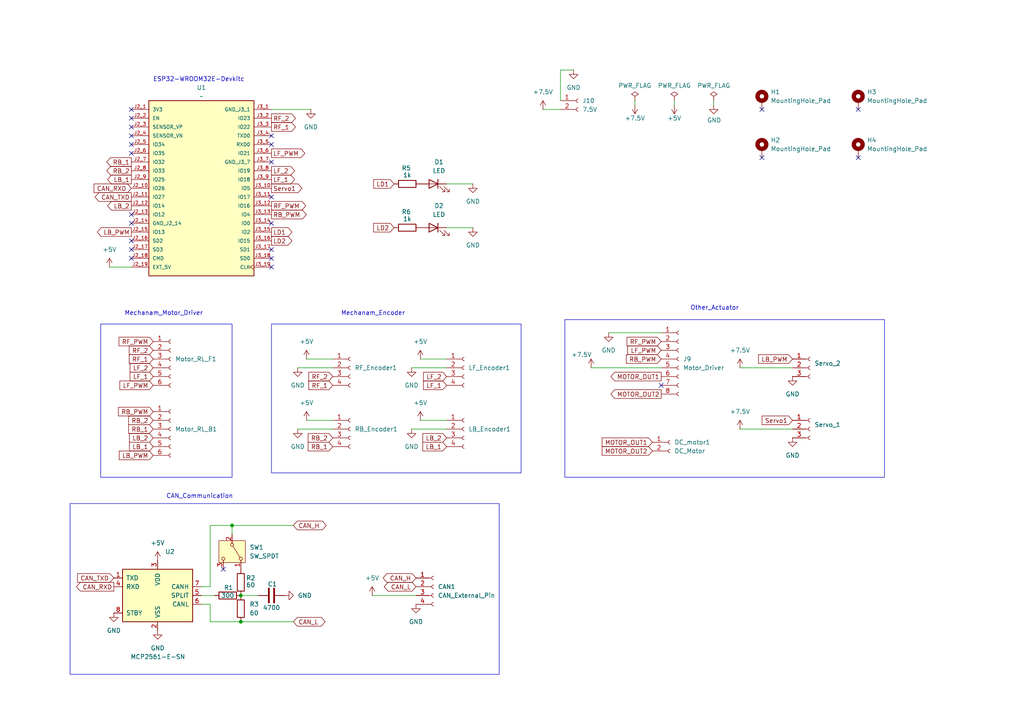
<source format=kicad_sch>
(kicad_sch (version 20231120) (generator "eeschema") (generator_version "8.0")
  (paper "A4")
  (title_block (date "2024-11-16") (company "RyutaroMasuda"))
  (lib_symbols
    (symbol "Connector:Conn_01x02_Socket" (pin_names (offset 1.016) hide)
      (property "Reference" "J" (at 0 2.54 0))
      (property "Value" "Conn_01x02_Socket" (at 0 -5.08 0))
      (symbol "Conn_01x02_Socket_1_1"
        (arc (start 0 -2.032) (mid -0.5058 -2.54) (end 0 -3.048) (stroke (width 0.1524)))
        (polyline (pts (xy -1.27 -2.54) (xy -0.508 -2.54)) (stroke (width 0.1524)))
        (polyline (pts (xy -1.27 0) (xy -0.508 0)) (stroke (width 0.1524)))
        (arc (start 0 0.508) (mid -0.5058 0) (end 0 -0.508) (stroke (width 0.1524)))
        (pin passive line (at -5.08 0 0) (length 3.81) (name "Pin_1") (number "1"))
        (pin passive line (at -5.08 -2.54 0) (length 3.81) (name "Pin_2") (number "2"))
      )
    )
    (symbol "Connector:Conn_01x03_Socket" (pin_names (offset 1.016) hide)
      (property "Reference" "J" (at 0 5.08 0))
      (property "Value" "Conn_01x03_Socket" (at 0 -5.08 0))
      (symbol "Conn_01x03_Socket_1_1"
        (arc (start 0 -2.032) (mid -0.5058 -2.54) (end 0 -3.048) (stroke (width 0.1524)))
        (polyline (pts (xy -1.27 -2.54) (xy -0.508 -2.54)) (stroke (width 0.1524)))
        (polyline (pts (xy -1.27 0) (xy -0.508 0)) (stroke (width 0.1524)))
        (polyline (pts (xy -1.27 2.54) (xy -0.508 2.54)) (stroke (width 0.1524)))
        (arc (start 0 0.508) (mid -0.5058 0) (end 0 -0.508) (stroke (width 0.1524)))
        (arc (start 0 3.048) (mid -0.5058 2.54) (end 0 2.032) (stroke (width 0.1524)))
        (pin passive line (at -5.08 2.54 0) (length 3.81) (name "Pin_1") (number "1"))
        (pin passive line (at -5.08 0 0) (length 3.81) (name "Pin_2") (number "2"))
        (pin passive line (at -5.08 -2.54 0) (length 3.81) (name "Pin_3") (number "3"))
      )
    )
    (symbol "Connector:Conn_01x04_Socket" (pin_names (offset 1.016) hide)
      (property "Reference" "J" (at 0 5.08 0))
      (property "Value" "Conn_01x04_Socket" (at 0 -7.62 0))
      (symbol "Conn_01x04_Socket_1_1"
        (arc (start 0 -4.572) (mid -0.5058 -5.08) (end 0 -5.588) (stroke (width 0.1524)))
        (arc (start 0 -2.032) (mid -0.5058 -2.54) (end 0 -3.048) (stroke (width 0.1524)))
        (polyline (pts (xy -1.27 -5.08) (xy -0.508 -5.08)) (stroke (width 0.1524)))
        (polyline (pts (xy -1.27 -2.54) (xy -0.508 -2.54)) (stroke (width 0.1524)))
        (polyline (pts (xy -1.27 0) (xy -0.508 0)) (stroke (width 0.1524)))
        (polyline (pts (xy -1.27 2.54) (xy -0.508 2.54)) (stroke (width 0.1524)))
        (arc (start 0 0.508) (mid -0.5058 0) (end 0 -0.508) (stroke (width 0.1524)))
        (arc (start 0 3.048) (mid -0.5058 2.54) (end 0 2.032) (stroke (width 0.1524)))
        (pin passive line (at -5.08 2.54 0) (length 3.81) (name "Pin_1") (number "1"))
        (pin passive line (at -5.08 0 0) (length 3.81) (name "Pin_2") (number "2"))
        (pin passive line (at -5.08 -2.54 0) (length 3.81) (name "Pin_3") (number "3"))
        (pin passive line (at -5.08 -5.08 0) (length 3.81) (name "Pin_4") (number "4"))
      )
    )
    (symbol "Connector:Conn_01x06_Socket" (pin_names (offset 1.016) hide)
      (property "Reference" "J" (at 0 7.62 0))
      (property "Value" "Conn_01x06_Socket" (at 0 -10.16 0))
      (symbol "Conn_01x06_Socket_1_1"
        (arc (start 0 -7.112) (mid -0.5058 -7.62) (end 0 -8.128) (stroke (width 0.1524)))
        (arc (start 0 -4.572) (mid -0.5058 -5.08) (end 0 -5.588) (stroke (width 0.1524)))
        (arc (start 0 -2.032) (mid -0.5058 -2.54) (end 0 -3.048) (stroke (width 0.1524)))
        (polyline (pts (xy -1.27 -7.62) (xy -0.508 -7.62)) (stroke (width 0.1524)))
        (polyline (pts (xy -1.27 -5.08) (xy -0.508 -5.08)) (stroke (width 0.1524)))
        (polyline (pts (xy -1.27 -2.54) (xy -0.508 -2.54)) (stroke (width 0.1524)))
        (polyline (pts (xy -1.27 0) (xy -0.508 0)) (stroke (width 0.1524)))
        (polyline (pts (xy -1.27 2.54) (xy -0.508 2.54)) (stroke (width 0.1524)))
        (polyline (pts (xy -1.27 5.08) (xy -0.508 5.08)) (stroke (width 0.1524)))
        (arc (start 0 0.508) (mid -0.5058 0) (end 0 -0.508) (stroke (width 0.1524)))
        (arc (start 0 3.048) (mid -0.5058 2.54) (end 0 2.032) (stroke (width 0.1524)))
        (arc (start 0 5.588) (mid -0.5058 5.08) (end 0 4.572) (stroke (width 0.1524)))
        (pin passive line (at -5.08 5.08 0) (length 3.81) (name "Pin_1") (number "1"))
        (pin passive line (at -5.08 2.54 0) (length 3.81) (name "Pin_2") (number "2"))
        (pin passive line (at -5.08 0 0) (length 3.81) (name "Pin_3") (number "3"))
        (pin passive line (at -5.08 -2.54 0) (length 3.81) (name "Pin_4") (number "4"))
        (pin passive line (at -5.08 -5.08 0) (length 3.81) (name "Pin_5") (number "5"))
        (pin passive line (at -5.08 -7.62 0) (length 3.81) (name "Pin_6") (number "6"))
      )
    )
    (symbol "Connector:Conn_01x08_Socket" (pin_names (offset 1.016) hide)
      (property "Reference" "J" (at 0 10.16 0))
      (property "Value" "Conn_01x08_Socket" (at 0 -12.7 0))
      (symbol "Conn_01x08_Socket_1_1"
        (arc (start 0 -9.652) (mid -0.5058 -10.16) (end 0 -10.668) (stroke (width 0.1524)))
        (arc (start 0 -7.112) (mid -0.5058 -7.62) (end 0 -8.128) (stroke (width 0.1524)))
        (arc (start 0 -4.572) (mid -0.5058 -5.08) (end 0 -5.588) (stroke (width 0.1524)))
        (arc (start 0 -2.032) (mid -0.5058 -2.54) (end 0 -3.048) (stroke (width 0.1524)))
        (polyline (pts (xy -1.27 -10.16) (xy -0.508 -10.16)) (stroke (width 0.1524)))
        (polyline (pts (xy -1.27 -7.62) (xy -0.508 -7.62)) (stroke (width 0.1524)))
        (polyline (pts (xy -1.27 -5.08) (xy -0.508 -5.08)) (stroke (width 0.1524)))
        (polyline (pts (xy -1.27 -2.54) (xy -0.508 -2.54)) (stroke (width 0.1524)))
        (polyline (pts (xy -1.27 0) (xy -0.508 0)) (stroke (width 0.1524)))
        (polyline (pts (xy -1.27 2.54) (xy -0.508 2.54)) (stroke (width 0.1524)))
        (polyline (pts (xy -1.27 5.08) (xy -0.508 5.08)) (stroke (width 0.1524)))
        (polyline (pts (xy -1.27 7.62) (xy -0.508 7.62)) (stroke (width 0.1524)))
        (arc (start 0 0.508) (mid -0.5058 0) (end 0 -0.508) (stroke (width 0.1524)))
        (arc (start 0 3.048) (mid -0.5058 2.54) (end 0 2.032) (stroke (width 0.1524)))
        (arc (start 0 5.588) (mid -0.5058 5.08) (end 0 4.572) (stroke (width 0.1524)))
        (arc (start 0 8.128) (mid -0.5058 7.62) (end 0 7.112) (stroke (width 0.1524)))
        (pin passive line (at -5.08 7.62 0) (length 3.81) (name "Pin_1") (number "1"))
        (pin passive line (at -5.08 5.08 0) (length 3.81) (name "Pin_2") (number "2"))
        (pin passive line (at -5.08 2.54 0) (length 3.81) (name "Pin_3") (number "3"))
        (pin passive line (at -5.08 0 0) (length 3.81) (name "Pin_4") (number "4"))
        (pin passive line (at -5.08 -2.54 0) (length 3.81) (name "Pin_5") (number "5"))
        (pin passive line (at -5.08 -5.08 0) (length 3.81) (name "Pin_6") (number "6"))
        (pin passive line (at -5.08 -7.62 0) (length 3.81) (name "Pin_7") (number "7"))
        (pin passive line (at -5.08 -10.16 0) (length 3.81) (name "Pin_8") (number "8"))
      )
    )
    (symbol "Device:C" (pin_numbers hide) (pin_names (offset 0.254))
      (property "Reference" "C" (at 0.635 2.54 0))
      (property "Value" "C" (at 0.635 -2.54 0))
      (symbol "C_0_1"
        (polyline (pts (xy -2.032 -0.762) (xy 2.032 -0.762)) (stroke (width 0.508)))
        (polyline (pts (xy -2.032 0.762) (xy 2.032 0.762)) (stroke (width 0.508)))
      )
      (symbol "C_1_1"
        (pin passive line (at 0 3.81 270) (length 2.794) (name "~") (number "1"))
        (pin passive line (at 0 -3.81 90) (length 2.794) (name "~") (number "2"))
      )
    )
    (symbol "Device:LED" (pin_numbers hide) (pin_names (offset 1.016) hide)
      (property "Reference" "D" (at 0 2.54 0))
      (property "Value" "LED" (at 0 -2.54 0))
      (symbol "LED_0_1"
        (polyline (pts (xy -1.27 -1.27) (xy -1.27 1.27)) (stroke (width 0.254)))
        (polyline (pts (xy -1.27 0) (xy 1.27 0)))
        (polyline (pts (xy 1.27 -1.27) (xy 1.27 1.27) (xy -1.27 0) (xy 1.27 -1.27)) (stroke (width 0.254)))
        (polyline (pts (xy -3.048 -0.762) (xy -4.572 -2.286) (xy -3.81 -2.286) (xy -4.572 -2.286) (xy -4.572 -1.524)))
        (polyline (pts (xy -1.778 -0.762) (xy -3.302 -2.286) (xy -2.54 -2.286) (xy -3.302 -2.286) (xy -3.302 -1.524)))
      )
      (symbol "LED_1_1"
        (pin passive line (at -3.81 0 0) (length 2.54) (name "K") (number "1"))
        (pin passive line (at 3.81 0 180) (length 2.54) (name "A") (number "2"))
      )
    )
    (symbol "Device:R" (pin_numbers hide) (pin_names (offset 0))
      (property "Reference" "R" (at 2.032 0 90))
      (property "Value" "R" (at 0 0 90))
      (symbol "R_0_1"
        (rectangle (start -1.016 -2.54) (end 1.016 2.54) (stroke (width 0.254)))
      )
      (symbol "R_1_1"
        (pin passive line (at 0 3.81 270) (length 1.27) (name "~") (number "1"))
        (pin passive line (at 0 -3.81 90) (length 1.27) (name "~") (number "2"))
      )
    )
    (symbol "ESP32-DEVKITC-32E:ESP32-DEVKITC-32E" (pin_names (offset 1.016))
      (property "Reference" "U" (at -15.24 26.162 0))
      (property "Value" "ESP32-DEVKITC-32E" (at -15.24 -27.94 0))
      (symbol "ESP32-DEVKITC-32E_0_0"
        (rectangle (start -15.24 -25.4) (end 15.24 25.4) (stroke (width 0.254)) (fill (type background)))
        (pin power_in line (at -20.32 22.86 0) (length 5.08) (name "3V3") (number "J2_1"))
        (pin bidirectional line (at -20.32 0 0) (length 5.08) (name "IO26") (number "J2_10"))
        (pin bidirectional line (at -20.32 -2.54 0) (length 5.08) (name "IO27") (number "J2_11"))
        (pin bidirectional line (at -20.32 -5.08 0) (length 5.08) (name "IO14") (number "J2_12"))
        (pin bidirectional line (at -20.32 -7.62 0) (length 5.08) (name "IO12") (number "J2_13"))
        (pin power_in line (at -20.32 -10.16 0) (length 5.08) (name "GND_J2_14") (number "J2_14"))
        (pin bidirectional line (at -20.32 -12.7 0) (length 5.08) (name "IO13") (number "J2_15"))
        (pin bidirectional line (at -20.32 -15.24 0) (length 5.08) (name "SD2") (number "J2_16"))
        (pin bidirectional line (at -20.32 -17.78 0) (length 5.08) (name "SD3") (number "J2_17"))
        (pin bidirectional line (at -20.32 -20.32 0) (length 5.08) (name "CMD") (number "J2_18"))
        (pin power_in line (at -20.32 -22.86 0) (length 5.08) (name "EXT_5V") (number "J2_19"))
        (pin input line (at -20.32 20.32 0) (length 5.08) (name "EN") (number "J2_2"))
        (pin bidirectional line (at -20.32 17.78 0) (length 5.08) (name "SENSOR_VP") (number "J2_3"))
        (pin bidirectional line (at -20.32 15.24 0) (length 5.08) (name "SENSOR_VN") (number "J2_4"))
        (pin bidirectional line (at -20.32 12.7 0) (length 5.08) (name "IO34") (number "J2_5"))
        (pin bidirectional line (at -20.32 10.16 0) (length 5.08) (name "IO35") (number "J2_6"))
        (pin bidirectional line (at -20.32 7.62 0) (length 5.08) (name "IO32") (number "J2_7"))
        (pin bidirectional line (at -20.32 5.08 0) (length 5.08) (name "IO33") (number "J2_8"))
        (pin bidirectional line (at -20.32 2.54 0) (length 5.08) (name "IO25") (number "J2_9"))
        (pin power_in line (at 20.32 22.86 180) (length 5.08) (name "GND_J3_1") (number "J3_1"))
        (pin bidirectional line (at 20.32 0 180) (length 5.08) (name "IO5") (number "J3_10"))
        (pin bidirectional line (at 20.32 -2.54 180) (length 5.08) (name "IO17") (number "J3_11"))
        (pin bidirectional line (at 20.32 -5.08 180) (length 5.08) (name "IO16") (number "J3_12"))
        (pin bidirectional line (at 20.32 -7.62 180) (length 5.08) (name "IO4") (number "J3_13"))
        (pin bidirectional line (at 20.32 -10.16 180) (length 5.08) (name "IO0") (number "J3_14"))
        (pin bidirectional line (at 20.32 -12.7 180) (length 5.08) (name "IO2") (number "J3_15"))
        (pin bidirectional line (at 20.32 -15.24 180) (length 5.08) (name "IO15") (number "J3_16"))
        (pin bidirectional line (at 20.32 -17.78 180) (length 5.08) (name "SD1") (number "J3_17"))
        (pin bidirectional line (at 20.32 -20.32 180) (length 5.08) (name "SD0") (number "J3_18"))
        (pin bidirectional clock (at 20.32 -22.86 180) (length 5.08) (name "CLK") (number "J3_19"))
        (pin bidirectional line (at 20.32 20.32 180) (length 5.08) (name "IO23") (number "J3_2"))
        (pin bidirectional line (at 20.32 17.78 180) (length 5.08) (name "IO22") (number "J3_3"))
        (pin bidirectional line (at 20.32 15.24 180) (length 5.08) (name "TXD0") (number "J3_4"))
        (pin bidirectional line (at 20.32 12.7 180) (length 5.08) (name "RXD0") (number "J3_5"))
        (pin bidirectional line (at 20.32 10.16 180) (length 5.08) (name "IO21") (number "J3_6"))
        (pin power_in line (at 20.32 7.62 180) (length 5.08) (name "GND_J3_7") (number "J3_7"))
        (pin bidirectional line (at 20.32 5.08 180) (length 5.08) (name "IO19") (number "J3_8"))
        (pin bidirectional line (at 20.32 2.54 180) (length 5.08) (name "IO18") (number "J3_9"))
      )
    )
    (symbol "Interface_CAN_LIN:MCP2561-E-SN" (pin_names (offset 1.016))
      (property "Reference" "U" (at -10.16 8.89 0))
      (property "Value" "MCP2561-E-SN" (at 2.54 8.89 0))
      (symbol "MCP2561-E-SN_0_1"
        (rectangle (start -10.16 7.62) (end 10.16 -7.62) (stroke (width 0.254)) (fill (type background)))
      )
      (symbol "MCP2561-E-SN_1_1"
        (pin input line (at -12.7 5.08 0) (length 2.54) (name "TXD") (number "1"))
        (pin power_in line (at 0 -10.16 90) (length 2.54) (name "VSS") (number "2"))
        (pin power_in line (at 0 10.16 270) (length 2.54) (name "VDD") (number "3"))
        (pin output line (at -12.7 2.54 0) (length 2.54) (name "RXD") (number "4"))
        (pin passive line (at 12.7 0 180) (length 2.54) (name "SPLIT") (number "5"))
        (pin bidirectional line (at 12.7 -2.54 180) (length 2.54) (name "CANL") (number "6"))
        (pin bidirectional line (at 12.7 2.54 180) (length 2.54) (name "CANH") (number "7"))
        (pin input line (at -12.7 -5.08 0) (length 2.54) (name "STBY") (number "8"))
      )
    )
    (symbol "Mechanical:MountingHole_Pad" (pin_numbers hide) (pin_names (offset 1.016) hide)
      (property "Reference" "H" (at 0 6.35 0))
      (property "Value" "MountingHole_Pad" (at 0 4.445 0))
      (symbol "MountingHole_Pad_0_1"
        (circle (center 0 1.27) (radius 1.27) (stroke (width 1.27)))
      )
      (symbol "MountingHole_Pad_1_1"
        (pin input line (at 0 -2.54 90) (length 2.54) (name "1") (number "1"))
      )
    )
    (symbol "Switch:SW_SPDT" (pin_names (offset 0) hide)
      (property "Reference" "SW" (at 0 5.08 0))
      (property "Value" "SW_SPDT" (at 0 -5.08 0))
      (symbol "SW_SPDT_0_1"
        (circle (center -2.032 0) (radius 0.4572))
        (polyline (pts (xy -1.651 0.254) (xy 1.651 2.286)))
        (circle (center 2.032 -2.54) (radius 0.4572))
        (circle (center 2.032 2.54) (radius 0.4572))
      )
      (symbol "SW_SPDT_1_1"
        (rectangle (start -3.175 3.81) (end 3.175 -3.81) (fill (type background)))
        (pin passive line (at 5.08 2.54 180) (length 2.54) (name "A") (number "1"))
        (pin passive line (at -5.08 0 0) (length 2.54) (name "B") (number "2"))
        (pin passive line (at 5.08 -2.54 180) (length 2.54) (name "C") (number "3"))
      )
    )
    (symbol "power:+5V" (power) (pin_numbers hide) (pin_names (offset 0) hide)
      (property "Value" "+5V" (at 0 3.556 0))
      (symbol "+5V_0_1"
        (polyline (pts (xy -0.762 1.27) (xy 0 2.54)))
        (polyline (pts (xy 0 0) (xy 0 2.54)))
        (polyline (pts (xy 0 2.54) (xy 0.762 1.27)))
      )
      (symbol "+5V_1_1"
        (pin power_in line (at 0 0 90) (length 0) (name "~") (number "1"))
      )
    )
    (symbol "power:+7.5V" (power) (pin_numbers hide) (pin_names (offset 0) hide)
      (property "Value" "+7.5V" (at 0 3.556 0))
      (symbol "+7.5V_0_1"
        (polyline (pts (xy -0.762 1.27) (xy 0 2.54)))
        (polyline (pts (xy 0 0) (xy 0 2.54)))
        (polyline (pts (xy 0 2.54) (xy 0.762 1.27)))
      )
      (symbol "+7.5V_1_1"
        (pin power_in line (at 0 0 90) (length 0) (name "~") (number "1"))
      )
    )
    (symbol "power:GND" (power) (pin_numbers hide) (pin_names (offset 0) hide)
      (property "Value" "GND" (at 0 -3.81 0))
      (symbol "GND_0_1"
        (polyline (pts (xy 0 0) (xy 0 -1.27) (xy 1.27 -1.27) (xy 0 -2.54) (xy -1.27 -1.27) (xy 0 -1.27)))
      )
      (symbol "GND_1_1"
        (pin power_in line (at 0 0 270) (length 0) (name "~") (number "1"))
      )
    )
    (symbol "power:PWR_FLAG" (power) (pin_numbers hide) (pin_names (offset 0) hide)
      (property "Value" "PWR_FLAG" (at 0 3.81 0))
      (symbol "PWR_FLAG_0_0"
        (pin power_out line (at 0 0 90) (length 0) (name "pwr") (number "1"))
      )
      (symbol "PWR_FLAG_0_1"
        (polyline (pts (xy 0 0) (xy 0 1.27) (xy -1.016 1.905) (xy 0 2.54) (xy 1.016 1.905) (xy 0 1.27)))
      )
    )
  )
  (junction (at 69.85 180.34))
  (junction (at 67.31 152.4))
  (junction (at 69.85 172.72))
  (no_connect (at 38.1 44.45))
  (no_connect (at 64.77 165.1))
  (no_connect (at 38.1 31.75))
  (no_connect (at 38.1 39.37))
  (no_connect (at 38.1 34.29))
  (no_connect (at 78.74 57.15))
  (no_connect (at 248.92 45.72))
  (no_connect (at 78.74 39.37))
  (no_connect (at 38.1 72.39))
  (no_connect (at 248.92 31.75))
  (no_connect (at 78.74 46.99))
  (no_connect (at 191.77 111.76))
  (no_connect (at 38.1 69.85))
  (no_connect (at 38.1 36.83))
  (no_connect (at 220.98 31.75))
  (no_connect (at 78.74 64.77))
  (no_connect (at 38.1 41.91))
  (no_connect (at 38.1 64.77))
  (no_connect (at 220.98 45.72))
  (no_connect (at 78.74 72.39))
  (no_connect (at 38.1 74.93))
  (no_connect (at 38.1 62.23))
  (no_connect (at 78.74 41.91))
  (no_connect (at 78.74 77.47))
  (no_connect (at 78.74 74.93))
  (wire (pts (xy 88.9 104.14) (xy 96.52 104.14)))
  (wire (pts (xy 107.95 172.72) (xy 120.65 172.72)))
  (wire (pts (xy 121.92 104.14) (xy 129.54 104.14)))
  (wire (pts (xy 157.48 31.75) (xy 162.56 31.75)))
  (wire (pts (xy 31.75 77.47) (xy 38.1 77.47)))
  (wire (pts (xy 214.63 106.68) (xy 229.87 106.68)))
  (wire (pts (xy 119.38 106.68) (xy 129.54 106.68)))
  (wire (pts (xy 60.96 180.34) (xy 60.96 175.26)))
  (wire (pts (xy 171.45 106.68) (xy 191.77 106.68)))
  (wire (pts (xy 162.56 20.32) (xy 166.37 20.32)))
  (wire (pts (xy 69.85 180.34) (xy 85.09 180.34)))
  (wire (pts (xy 88.9 121.92) (xy 96.52 121.92)))
  (wire (pts (xy 129.54 66.04) (xy 137.16 66.04)))
  (wire (pts (xy 69.85 172.72) (xy 74.93 172.72)))
  (wire (pts (xy 60.96 170.18) (xy 58.42 170.18)))
  (wire (pts (xy 119.38 124.46) (xy 129.54 124.46)))
  (wire (pts (xy 67.31 152.4) (xy 85.09 152.4)))
  (wire (pts (xy 176.53 96.52) (xy 191.77 96.52)))
  (wire (pts (xy 62.23 172.72) (xy 58.42 172.72)))
  (wire (pts (xy 78.74 31.75) (xy 90.17 31.75)))
  (wire (pts (xy 60.96 175.26) (xy 58.42 175.26)))
  (wire (pts (xy 69.85 180.34) (xy 60.96 180.34)))
  (wire (pts (xy 184.15 29.21) (xy 184.15 30.48)))
  (wire (pts (xy 86.36 106.68) (xy 96.52 106.68)))
  (wire (pts (xy 207.01 30.48) (xy 207.01 29.21)))
  (wire (pts (xy 162.56 29.21) (xy 162.56 20.32)))
  (wire (pts (xy 129.54 53.34) (xy 137.16 53.34)))
  (wire (pts (xy 67.31 154.94) (xy 67.31 152.4)))
  (wire (pts (xy 121.92 121.92) (xy 129.54 121.92)))
  (wire (pts (xy 60.96 152.4) (xy 60.96 170.18)))
  (wire (pts (xy 60.96 152.4) (xy 67.31 152.4)))
  (wire (pts (xy 214.63 124.46) (xy 229.87 124.46)))
  (wire (pts (xy 195.58 29.21) (xy 195.58 30.48)))
  (wire (pts (xy 86.36 124.46) (xy 96.52 124.46)))
  (rectangle (start 29.21 93.98) (end 67.31 138.43))
  (rectangle (start 163.83 92.71) (end 256.54 138.43))
  (rectangle (start 78.74 93.98) (end 151.13 137.16))
  (rectangle (start 20.32 146.05) (end 144.78 195.58))
  (text "Mechanam_Motor_Driver" (at 47.498 90.932 0) (effects (font (size 1.27 1.27))))
  (text "Other_Actuator" (at 207.264 89.408 0) (effects (font (size 1.27 1.27))))
  (text "ESP32-WROOM32E-Devkitc" (at 57.658 23.114 0) (effects (font (size 1.27 1.27))))
  (text "CAN_Communication\n" (at 57.912 144.018 0) (effects (font (size 1.27 1.27))))
  (text "Mechanam_Encoder" (at 108.204 90.932 0) (effects (font (size 1.27 1.27))))
  (global_label "LB_1" (shape input) (at 44.45 129.54 180) (property "Intersheetrefs" "${INTERSHEET_REFS}" (effects (hide yes))))
  (global_label "CAN_L" (shape bidirectional) (at 85.09 180.34 0) (property "Intersheetrefs" "${INTERSHEET_REFS}" (effects (hide yes))))
  (global_label "RB_1" (shape input) (at 44.45 124.46 180) (property "Intersheetrefs" "${INTERSHEET_REFS}" (effects (hide yes))))
  (global_label "LD1" (shape input) (at 114.3 53.34 180) (property "Intersheetrefs" "${INTERSHEET_REFS}" (effects (hide yes))))
  (global_label "RF_PWM" (shape output) (at 78.74 59.69 0) (property "Intersheetrefs" "${INTERSHEET_REFS}" (effects (hide yes))))
  (global_label "MOTOR_OUT2" (shape output) (at 191.77 114.3 180) (property "Intersheetrefs" "${INTERSHEET_REFS}" (effects (hide yes))))
  (global_label "LD2" (shape input) (at 114.3 66.04 180) (property "Intersheetrefs" "${INTERSHEET_REFS}" (effects (hide yes))))
  (global_label "CAN_RXD" (shape input) (at 38.1 54.61 180) (property "Intersheetrefs" "${INTERSHEET_REFS}" (effects (hide yes))))
  (global_label "RB_1" (shape input) (at 96.52 129.54 180) (property "Intersheetrefs" "${INTERSHEET_REFS}" (effects (hide yes))))
  (global_label "LF_1" (shape input) (at 129.54 111.76 180) (property "Intersheetrefs" "${INTERSHEET_REFS}" (effects (hide yes))))
  (global_label "RB_2" (shape output) (at 38.1 49.53 180) (property "Intersheetrefs" "${INTERSHEET_REFS}" (effects (hide yes))))
  (global_label "CAN_L" (shape bidirectional) (at 120.65 170.18 180) (property "Intersheetrefs" "${INTERSHEET_REFS}" (effects (hide yes))))
  (global_label "LB_1" (shape output) (at 38.1 52.07 180) (property "Intersheetrefs" "${INTERSHEET_REFS}" (effects (hide yes))))
  (global_label "RB_2" (shape input) (at 96.52 127 180) (property "Intersheetrefs" "${INTERSHEET_REFS}" (effects (hide yes))))
  (global_label "RB_2" (shape input) (at 44.45 121.92 180) (property "Intersheetrefs" "${INTERSHEET_REFS}" (effects (hide yes))))
  (global_label "RB_PWM" (shape input) (at 191.77 104.14 180) (property "Intersheetrefs" "${INTERSHEET_REFS}" (effects (hide yes))))
  (global_label "Servo1" (shape output) (at 78.74 54.61 0) (property "Intersheetrefs" "${INTERSHEET_REFS}" (effects (hide yes))))
  (global_label "LB_2" (shape input) (at 44.45 127 180) (property "Intersheetrefs" "${INTERSHEET_REFS}" (effects (hide yes))))
  (global_label "LB_PWM" (shape input) (at 44.45 132.08 180) (property "Intersheetrefs" "${INTERSHEET_REFS}" (effects (hide yes))))
  (global_label "RB_1" (shape output) (at 38.1 46.99 180) (property "Intersheetrefs" "${INTERSHEET_REFS}" (effects (hide yes))))
  (global_label "CAN_H" (shape bidirectional) (at 120.65 167.64 180) (property "Intersheetrefs" "${INTERSHEET_REFS}" (effects (hide yes))))
  (global_label "LB_1" (shape input) (at 129.54 129.54 180) (property "Intersheetrefs" "${INTERSHEET_REFS}" (effects (hide yes))))
  (global_label "LF_PWM" (shape output) (at 78.74 44.45 0) (property "Intersheetrefs" "${INTERSHEET_REFS}" (effects (hide yes))))
  (global_label "RF_2" (shape output) (at 78.74 34.29 0) (property "Intersheetrefs" "${INTERSHEET_REFS}" (effects (hide yes))))
  (global_label "LB_2" (shape output) (at 38.1 59.69 180) (property "Intersheetrefs" "${INTERSHEET_REFS}" (effects (hide yes))))
  (global_label "RB_PWM" (shape input) (at 44.45 119.38 180) (property "Intersheetrefs" "${INTERSHEET_REFS}" (effects (hide yes))))
  (global_label "RB_PWM" (shape output) (at 78.74 62.23 0) (property "Intersheetrefs" "${INTERSHEET_REFS}" (effects (hide yes))))
  (global_label "LF_2" (shape input) (at 129.54 109.22 180) (property "Intersheetrefs" "${INTERSHEET_REFS}" (effects (hide yes))))
  (global_label "MOTOR_OUT1" (shape output) (at 191.77 109.22 180) (property "Intersheetrefs" "${INTERSHEET_REFS}" (effects (hide yes))))
  (global_label "CAN_RXD" (shape output) (at 33.02 170.18 180) (property "Intersheetrefs" "${INTERSHEET_REFS}" (effects (hide yes))))
  (global_label "CAN_H" (shape bidirectional) (at 85.09 152.4 0) (property "Intersheetrefs" "${INTERSHEET_REFS}" (effects (hide yes))))
  (global_label "CAN_TXD" (shape input) (at 33.02 167.64 180) (property "Intersheetrefs" "${INTERSHEET_REFS}" (effects (hide yes))))
  (global_label "RF_2" (shape input) (at 44.45 101.6 180) (property "Intersheetrefs" "${INTERSHEET_REFS}" (effects (hide yes))))
  (global_label "LF_1" (shape input) (at 44.45 109.22 180) (property "Intersheetrefs" "${INTERSHEET_REFS}" (effects (hide yes))))
  (global_label "Servo1" (shape input) (at 229.87 121.92 180) (property "Intersheetrefs" "${INTERSHEET_REFS}" (effects (hide yes))))
  (global_label "RF_PWM" (shape input) (at 191.77 99.06 180) (property "Intersheetrefs" "${INTERSHEET_REFS}" (effects (hide yes))))
  (global_label "LD2" (shape output) (at 78.74 69.85 0) (property "Intersheetrefs" "${INTERSHEET_REFS}" (effects (hide yes))))
  (global_label "LF_2" (shape input) (at 44.45 106.68 180) (property "Intersheetrefs" "${INTERSHEET_REFS}" (effects (hide yes))))
  (global_label "CAN_TXD" (shape output) (at 38.1 57.15 180) (property "Intersheetrefs" "${INTERSHEET_REFS}" (effects (hide yes))))
  (global_label "LB_PWM" (shape input) (at 229.87 104.14 180) (property "Intersheetrefs" "${INTERSHEET_REFS}" (effects (hide yes))))
  (global_label "LF_PWM" (shape input) (at 44.45 111.76 180) (property "Intersheetrefs" "${INTERSHEET_REFS}" (effects (hide yes))))
  (global_label "LF_1" (shape output) (at 78.74 52.07 0) (property "Intersheetrefs" "${INTERSHEET_REFS}" (effects (hide yes))))
  (global_label "RF_PWM" (shape input) (at 44.45 99.06 180) (property "Intersheetrefs" "${INTERSHEET_REFS}" (effects (hide yes))))
  (global_label "RF_1" (shape input) (at 96.52 111.76 180) (property "Intersheetrefs" "${INTERSHEET_REFS}" (effects (hide yes))))
  (global_label "RF_2" (shape input) (at 96.52 109.22 180) (property "Intersheetrefs" "${INTERSHEET_REFS}" (effects (hide yes))))
  (global_label "LF_2" (shape output) (at 78.74 49.53 0) (property "Intersheetrefs" "${INTERSHEET_REFS}" (effects (hide yes))))
  (global_label "LB_PWM" (shape output) (at 38.1 67.31 180) (property "Intersheetrefs" "${INTERSHEET_REFS}" (effects (hide yes))))
  (global_label "MOTOR_OUT2" (shape input) (at 189.23 130.81 180) (property "Intersheetrefs" "${INTERSHEET_REFS}" (effects (hide yes))))
  (global_label "MOTOR_OUT1" (shape input) (at 189.23 128.27 180) (property "Intersheetrefs" "${INTERSHEET_REFS}" (effects (hide yes))))
  (global_label "RF_1" (shape input) (at 44.45 104.14 180) (property "Intersheetrefs" "${INTERSHEET_REFS}" (effects (hide yes))))
  (global_label "LF_PWM" (shape input) (at 191.77 101.6 180) (property "Intersheetrefs" "${INTERSHEET_REFS}" (effects (hide yes))))
  (global_label "LB_2" (shape input) (at 129.54 127 180) (property "Intersheetrefs" "${INTERSHEET_REFS}" (effects (hide yes))))
  (global_label "RF_1" (shape output) (at 78.74 36.83 0) (property "Intersheetrefs" "${INTERSHEET_REFS}" (effects (hide yes))))
  (global_label "LD1" (shape output) (at 78.74 67.31 0) (property "Intersheetrefs" "${INTERSHEET_REFS}" (effects (hide yes))))
  (symbol (lib_id "Connector:Conn_01x04_Socket") (at 101.6 106.68 0) (unit 1)
    (property "Reference" "RF_Encoder1" (at 102.87 106.6799 0) (effects (justify left)))
    (property "Value" "RF_Encoder" (effects (hide yes)))
    (property "Footprint" "Connector_JST:JST_XH_B4B-XH-A_1x04_P2.50mm_Vertical" (effects (hide yes)))
    (property "Description" "Generic connector, single row, 01x04, script generated" (effects (hide yes)))
  )
  (symbol (lib_id "Device:R") (at 69.85 168.91 0) (unit 1)
    (property "Reference" "R2" (at 71.374 167.64 0) (effects (justify left)))
    (property "Value" "60" (at 71.374 169.672 0) (effects (justify left)))
    (property "Footprint" "Resistor_SMD:R_0603_1608Metric" (effects (hide yes)))
    (property "Description" "Resistor" (effects (hide yes)))
  )
  (symbol (lib_id "Device:R") (at 69.85 176.53 0) (unit 1)
    (property "Reference" "R3" (at 72.39 175.2599 0) (effects (justify left)))
    (property "Value" "60" (at 72.39 177.7999 0) (effects (justify left)))
    (property "Footprint" "Resistor_SMD:R_0603_1608Metric" (effects (hide yes)))
    (property "Description" "Resistor" (effects (hide yes)))
  )
  (symbol (lib_id "power:GND") (at 137.16 53.34 0) (unit 1)
    (property "Reference" "#PWR013" (effects (hide yes)))
    (property "Value" "GND" (at 137.16 58.42 0))
    (property "Description" "Power symbol creates a global label with name \"GND\" , ground" (effects (hide yes)))
  )
  (symbol (lib_id "power:+5V") (at 88.9 104.14 0) (unit 1)
    (property "Reference" "#PWR018" (effects (hide yes)))
    (property "Value" "+5V" (at 88.9 99.06 0))
    (property "Description" "Power symbol creates a global label with name \"+5V\"" (effects (hide yes)))
  )
  (symbol (lib_id "power:GND") (at 207.01 30.48 0) (unit 1)
    (property "Reference" "#PWR08" (effects (hide yes)))
    (property "Value" "GND" (at 207.137 34.8742 0))
  )
  (symbol (lib_id "power:PWR_FLAG") (at 184.15 29.21 0) (unit 1)
    (property "Reference" "#FLG03" (effects (hide yes)))
    (property "Value" "PWR_FLAG" (at 184.15 24.8158 0))
  )
  (symbol (lib_id "power:+7.5V") (at 171.45 106.68 0) (unit 1)
    (property "Reference" "#PWR032" (effects (hide yes)))
    (property "Value" "+7.5V" (at 168.656 102.87 0))
    (property "Description" "Power symbol creates a global label with name \"+7.5V\"" (effects (hide yes)))
  )
  (symbol (lib_id "power:+5V") (at 195.58 30.48 180) (unit 1)
    (property "Reference" "#PWR07" (effects (hide yes)))
    (property "Value" "+5V" (at 195.58 34.29 0))
  )
  (symbol (lib_id "Connector:Conn_01x06_Socket") (at 49.53 124.46 0) (unit 1)
    (property "Reference" "Motor_RL_B1" (at 50.8 124.4599 0) (effects (justify left)))
    (property "Value" "Motor_RL_B" (effects (hide yes)))
    (property "Footprint" "Connector_JST:JST_XH_B6B-XH-A_1x06_P2.50mm_Vertical" (effects (hide yes)))
    (property "Description" "Generic connector, single row, 01x06, script generated" (effects (hide yes)))
  )
  (symbol (lib_id "power:+7.5V") (at 214.63 106.68 0) (unit 1)
    (property "Reference" "#PWR028" (effects (hide yes)))
    (property "Value" "+7.5V" (at 214.63 101.6 0))
    (property "Description" "Power symbol creates a global label with name \"+7.5V\"" (effects (hide yes)))
  )
  (symbol (lib_id "power:GND") (at 120.65 175.26 0) (unit 1)
    (property "Reference" "#PWR016" (effects (hide yes)))
    (property "Value" "GND" (at 120.65 180.34 0))
    (property "Description" "Power symbol creates a global label with name \"GND\" , ground" (effects (hide yes)))
  )
  (symbol (lib_id "Mechanical:MountingHole_Pad") (at 248.92 43.18 0) (unit 1)
    (property "Reference" "H4" (at 251.46 40.6399 0) (effects (justify left)))
    (property "Value" "MountingHole_Pad" (at 251.46 43.1799 0) (effects (justify left)))
    (property "Footprint" "MountingHole:MountingHole_3.2mm_M3_DIN965_Pad" (effects (hide yes)))
  )
  (symbol (lib_id "Device:LED") (at 125.73 66.04 0) (mirror y) (unit 1)
    (property "Reference" "D2" (at 127.3175 59.69 0))
    (property "Value" "LED" (at 127.3175 62.23 0))
    (property "Footprint" "LED_SMD:LED_0603_1608Metric" (effects (hide yes)))
    (property "Description" "Light emitting diode" (effects (hide yes)))
  )
  (symbol (lib_id "power:GND") (at 82.55 172.72 90) (unit 1)
    (property "Reference" "#PWR03" (effects (hide yes)))
    (property "Value" "GND" (at 86.36 172.7199 90) (effects (justify right)))
    (property "Description" "Power symbol creates a global label with name \"GND\" , ground" (effects (hide yes)))
  )
  (symbol (lib_id "Device:R") (at 66.04 172.72 90) (unit 1)
    (property "Reference" "R1" (at 66.294 170.434 90))
    (property "Value" "300" (at 66.04 172.72 90))
    (property "Footprint" "Resistor_SMD:R_0603_1608Metric" (effects (hide yes)))
    (property "Description" "Resistor" (effects (hide yes)))
  )
  (symbol (lib_id "power:+5V") (at 88.9 121.92 0) (unit 1)
    (property "Reference" "#PWR021" (effects (hide yes)))
    (property "Value" "+5V" (at 88.9 116.84 0))
    (property "Description" "Power symbol creates a global label with name \"+5V\"" (effects (hide yes)))
  )
  (symbol (lib_id "power:GND") (at 229.87 127 0) (unit 1)
    (property "Reference" "#PWR030" (effects (hide yes)))
    (property "Value" "GND" (at 229.87 132.08 0))
    (property "Description" "Power symbol creates a global label with name \"GND\" , ground" (effects (hide yes)))
  )
  (symbol (lib_id "Connector:Conn_01x04_Socket") (at 101.6 124.46 0) (unit 1)
    (property "Reference" "RB_Encoder1" (at 102.87 124.4599 0) (effects (justify left)))
    (property "Value" "RB_Encoder" (effects (hide yes)))
    (property "Footprint" "Connector_JST:JST_XH_B4B-XH-A_1x04_P2.50mm_Vertical" (effects (hide yes)))
    (property "Description" "Generic connector, single row, 01x04, script generated" (effects (hide yes)))
  )
  (symbol (lib_id "power:GND") (at 166.37 20.32 0) (unit 1)
    (property "Reference" "#PWR027" (effects (hide yes)))
    (property "Value" "GND" (at 166.37 25.4 0))
    (property "Description" "Power symbol creates a global label with name \"GND\" , ground" (effects (hide yes)))
  )
  (symbol (lib_id "Connector:Conn_01x02_Socket") (at 167.64 29.21 0) (unit 1)
    (property "Reference" "J10" (at 168.91 29.2099 0) (effects (justify left)))
    (property "Value" "7.5V" (at 168.91 31.7499 0) (effects (justify left)))
    (property "Footprint" "Connector_AMASS:AMASS_XT30PW-F_1x02_P2.50mm_Horizontal" (effects (hide yes)))
    (property "Description" "Generic connector, single row, 01x02, script generated" (effects (hide yes)))
  )
  (symbol (lib_id "power:+5V") (at 184.15 30.48 180) (unit 1)
    (property "Reference" "#PWR033" (effects (hide yes)))
    (property "Value" "+7.5V" (at 184.15 34.29 0))
  )
  (symbol (lib_id "power:GND") (at 137.16 66.04 0) (unit 1)
    (property "Reference" "#PWR014" (effects (hide yes)))
    (property "Value" "GND" (at 137.16 71.12 0))
    (property "Description" "Power symbol creates a global label with name \"GND\" , ground" (effects (hide yes)))
  )
  (symbol (lib_id "Connector:Conn_01x03_Socket") (at 234.95 106.68 0) (unit 1)
    (property "Reference" "Servo_2" (at 236.22 105.4099 0) (effects (justify left)))
    (property "Value" "Servo_2" (effects (hide yes)))
    (property "Footprint" "Connector_JST:JST_XH_B3B-XH-A_1x03_P2.50mm_Vertical" (effects (hide yes)))
    (property "Description" "Generic connector, single row, 01x03, script generated" (effects (hide yes)))
  )
  (symbol (lib_id "power:GND") (at 229.87 109.22 0) (unit 1)
    (property "Reference" "#PWR017" (effects (hide yes)))
    (property "Value" "GND" (at 229.87 114.3 0))
    (property "Description" "Power symbol creates a global label with name \"GND\" , ground" (effects (hide yes)))
  )
  (symbol (lib_id "Device:LED") (at 125.73 53.34 0) (mirror y) (unit 1)
    (property "Reference" "D1" (at 127.3175 46.99 0))
    (property "Value" "LED" (at 127.3175 49.53 0))
    (property "Footprint" "LED_SMD:LED_0603_1608Metric" (effects (hide yes)))
    (property "Description" "Light emitting diode" (effects (hide yes)))
  )
  (symbol (lib_id "ESP32-DEVKITC-32E:ESP32-DEVKITC-32E") (at 58.42 54.61 0) (unit 1)
    (property "Reference" "U1" (at 58.42 25.4 0))
    (property "Value" "~" (at 58.42 27.94 0))
    (property "Footprint" "my_library:MODULE_ESP32-DEVKITC-32E" (effects (hide yes)))
    (property "PARTREV" "1.4" (effects (hide yes)))
    (property "STANDARD" "Manufacturer Recommendations" (effects (hide yes)))
    (property "MANUFACTURER" "Espressif Systems" (effects (hide yes)))
  )
  (symbol (lib_id "power:+5V") (at 121.92 104.14 0) (unit 1)
    (property "Reference" "#PWR023" (effects (hide yes)))
    (property "Value" "+5V" (at 121.92 99.06 0))
    (property "Description" "Power symbol creates a global label with name \"+5V\"" (effects (hide yes)))
  )
  (symbol (lib_id "power:GND") (at 33.02 177.8 0) (unit 1)
    (property "Reference" "#PWR06" (effects (hide yes)))
    (property "Value" "GND" (at 33.02 182.88 0))
    (property "Description" "Power symbol creates a global label with name \"GND\" , ground" (effects (hide yes)))
  )
  (symbol (lib_id "Connector:Conn_01x08_Socket") (at 196.85 104.14 0) (unit 1)
    (property "Reference" "J9" (at 198.12 104.1399 0) (effects (justify left)))
    (property "Value" "Motor_Driver" (at 198.12 106.6799 0) (effects (justify left)))
    (property "Footprint" "Connector_PinHeader_2.54mm:PinHeader_1x08_P2.54mm_Vertical" (effects (hide yes)))
    (property "Description" "Generic connector, single row, 01x08, script generated" (effects (hide yes)))
  )
  (symbol (lib_id "power:PWR_FLAG") (at 207.01 29.21 0) (unit 1)
    (property "Reference" "#FLG02" (effects (hide yes)))
    (property "Value" "PWR_FLAG" (at 207.01 24.8158 0))
  )
  (symbol (lib_id "power:GND") (at 45.72 182.88 0) (unit 1)
    (property "Reference" "#PWR05" (effects (hide yes)))
    (property "Value" "GND" (at 45.72 187.96 0))
    (property "Description" "Power symbol creates a global label with name \"GND\" , ground" (effects (hide yes)))
  )
  (symbol (lib_id "Mechanical:MountingHole_Pad") (at 220.98 29.21 0) (unit 1)
    (property "Reference" "H1" (at 223.52 26.6699 0) (effects (justify left)))
    (property "Value" "MountingHole_Pad" (at 223.52 29.2099 0) (effects (justify left)))
    (property "Footprint" "MountingHole:MountingHole_3.2mm_M3_DIN965_Pad" (effects (hide yes)))
  )
  (symbol (lib_id "Connector:Conn_01x04_Socket") (at 134.62 124.46 0) (unit 1)
    (property "Reference" "LB_Encoder1" (at 135.89 124.4599 0) (effects (justify left)))
    (property "Value" "LB_Encoder" (effects (hide yes)))
    (property "Footprint" "Connector_JST:JST_XH_B4B-XH-A_1x04_P2.50mm_Vertical" (effects (hide yes)))
    (property "Description" "Generic connector, single row, 01x04, script generated" (effects (hide yes)))
  )
  (symbol (lib_id "Connector:Conn_01x03_Socket") (at 234.95 124.46 0) (unit 1)
    (property "Reference" "Servo_1" (at 236.22 123.1899 0) (effects (justify left)))
    (property "Value" "Servo_1" (effects (hide yes)))
    (property "Footprint" "Connector_JST:JST_XH_B3B-XH-A_1x03_P2.50mm_Vertical" (effects (hide yes)))
    (property "Description" "Generic connector, single row, 01x03, script generated" (effects (hide yes)))
  )
  (symbol (lib_id "power:PWR_FLAG") (at 195.58 29.21 0) (unit 1)
    (property "Reference" "#FLG01" (effects (hide yes)))
    (property "Value" "PWR_FLAG" (at 195.58 24.8158 0))
  )
  (symbol (lib_id "power:+5V") (at 31.75 77.47 0) (unit 1)
    (property "Reference" "#PWR01" (effects (hide yes)))
    (property "Value" "+5V" (at 31.75 72.39 0))
    (property "Description" "Power symbol creates a global label with name \"+5V\"" (effects (hide yes)))
  )
  (symbol (lib_id "power:+7.5V") (at 214.63 124.46 0) (unit 1)
    (property "Reference" "#PWR029" (effects (hide yes)))
    (property "Value" "+7.5V" (at 214.63 119.38 0))
    (property "Description" "Power symbol creates a global label with name \"+7.5V\"" (effects (hide yes)))
  )
  (symbol (lib_id "power:GND") (at 90.17 31.75 0) (unit 1)
    (property "Reference" "#PWR02" (effects (hide yes)))
    (property "Value" "GND" (at 90.17 36.83 0))
    (property "Description" "Power symbol creates a global label with name \"GND\" , ground" (effects (hide yes)))
  )
  (symbol (lib_id "Connector:Conn_01x02_Socket") (at 194.31 128.27 0) (unit 1)
    (property "Reference" "DC_motor1" (at 195.58 128.2699 0) (effects (justify left)))
    (property "Value" "DC_Motor" (at 195.58 130.8099 0) (effects (justify left)))
    (property "Footprint" "Connector_JST:JST_XH_B2B-XH-A_1x02_P2.50mm_Vertical" (effects (hide yes)))
    (property "Description" "Generic connector, single row, 01x02, script generated" (effects (hide yes)))
  )
  (symbol (lib_id "Connector:Conn_01x04_Socket") (at 134.62 106.68 0) (unit 1)
    (property "Reference" "LF_Encoder1" (at 135.89 106.6799 0) (effects (justify left)))
    (property "Value" "LF_Encoder" (effects (hide yes)))
    (property "Footprint" "Connector_JST:JST_XH_B4B-XH-A_1x04_P2.50mm_Vertical" (effects (hide yes)))
    (property "Description" "Generic connector, single row, 01x04, script generated" (effects (hide yes)))
  )
  (symbol (lib_id "power:+5V") (at 121.92 121.92 0) (unit 1)
    (property "Reference" "#PWR025" (effects (hide yes)))
    (property "Value" "+5V" (at 121.92 116.84 0))
    (property "Description" "Power symbol creates a global label with name \"+5V\"" (effects (hide yes)))
  )
  (symbol (lib_id "Connector:Conn_01x06_Socket") (at 49.53 104.14 0) (unit 1)
    (property "Reference" "Motor_RL_F1" (at 50.8 104.1399 0) (effects (justify left)))
    (property "Value" "Motor_RL_F" (effects (hide yes)))
    (property "Footprint" "Connector_JST:JST_XH_B6B-XH-A_1x06_P2.50mm_Vertical" (effects (hide yes)))
    (property "Description" "Generic connector, single row, 01x06, script generated" (effects (hide yes)))
  )
  (symbol (lib_id "power:+5V") (at 107.95 172.72 0) (unit 1)
    (property "Reference" "#PWR015" (effects (hide yes)))
    (property "Value" "+5V" (at 107.95 167.64 0))
    (property "Description" "Power symbol creates a global label with name \"+5V\"" (effects (hide yes)))
  )
  (symbol (lib_id "Switch:SW_SPDT") (at 67.31 160.02 270) (unit 1)
    (property "Reference" "SW1" (at 72.39 158.7499 90) (effects (justify left)))
    (property "Value" "SW_SPDT" (at 72.39 161.2899 90) (effects (justify left)))
    (property "Footprint" "Connector_PinHeader_2.54mm:PinHeader_1x03_P2.54mm_Vertical" (effects (hide yes)))
    (property "Description" "Switch, single pole double throw" (effects (hide yes)))
  )
  (symbol (lib_id "power:GND") (at 176.53 96.52 0) (unit 1)
    (property "Reference" "#PWR026" (effects (hide yes)))
    (property "Value" "GND" (at 176.53 101.6 0))
    (property "Description" "Power symbol creates a global label with name \"GND\" , ground" (effects (hide yes)))
  )
  (symbol (lib_id "power:+7.5V") (at 157.48 31.75 0) (unit 1)
    (property "Reference" "#PWR031" (effects (hide yes)))
    (property "Value" "+7.5V" (at 157.48 26.67 0))
    (property "Description" "Power symbol creates a global label with name \"+7.5V\"" (effects (hide yes)))
  )
  (symbol (lib_id "Connector:Conn_01x04_Socket") (at 125.73 170.18 0) (unit 1)
    (property "Reference" "CAN1" (at 127 170.1799 0) (effects (justify left)))
    (property "Value" "CAN_External_Pin" (at 127 172.7199 0) (effects (justify left)))
    (property "Footprint" "Connector_JST:JST_XH_B4B-XH-A_1x04_P2.50mm_Vertical" (effects (hide yes)))
    (property "Description" "Generic connector, single row, 01x04, script generated" (effects (hide yes)))
  )
  (symbol (lib_id "Device:R") (at 118.11 66.04 90) (unit 1)
    (property "Reference" "R6" (at 117.856 61.468 90))
    (property "Value" "1k" (at 118.11 63.5 90))
    (property "Footprint" "Resistor_SMD:R_0603_1608Metric" (effects (hide yes)))
    (property "Description" "Resistor" (effects (hide yes)))
  )
  (symbol (lib_id "power:GND") (at 119.38 106.68 0) (unit 1)
    (property "Reference" "#PWR022" (effects (hide yes)))
    (property "Value" "GND" (at 119.38 111.76 0))
    (property "Description" "Power symbol creates a global label with name \"GND\" , ground" (effects (hide yes)))
  )
  (symbol (lib_id "Device:R") (at 118.11 53.34 90) (unit 1)
    (property "Reference" "R5" (at 117.856 48.768 90))
    (property "Value" "1k" (at 118.11 50.8 90))
    (property "Footprint" "Resistor_SMD:R_0603_1608Metric" (effects (hide yes)))
    (property "Description" "Resistor" (effects (hide yes)))
  )
  (symbol (lib_id "power:GND") (at 119.38 124.46 0) (unit 1)
    (property "Reference" "#PWR024" (effects (hide yes)))
    (property "Value" "GND" (at 119.38 129.54 0))
    (property "Description" "Power symbol creates a global label with name \"GND\" , ground" (effects (hide yes)))
  )
  (symbol (lib_id "Mechanical:MountingHole_Pad") (at 248.92 29.21 0) (unit 1)
    (property "Reference" "H3" (at 251.46 26.6699 0) (effects (justify left)))
    (property "Value" "MountingHole_Pad" (at 251.46 29.2099 0) (effects (justify left)))
    (property "Footprint" "MountingHole:MountingHole_3.2mm_M3_DIN965_Pad" (effects (hide yes)))
  )
  (symbol (lib_id "power:+5V") (at 45.72 162.56 0) (unit 1)
    (property "Reference" "#PWR04" (effects (hide yes)))
    (property "Value" "+5V" (at 45.72 157.48 0))
    (property "Description" "Power symbol creates a global label with name \"+5V\"" (effects (hide yes)))
  )
  (symbol (lib_id "Device:C") (at 78.74 172.72 90) (unit 1)
    (property "Reference" "C1" (at 78.994 169.418 90))
    (property "Value" "4700" (at 78.74 176.276 90))
    (property "Footprint" "Capacitor_SMD:C_0603_1608Metric" (effects (hide yes)))
    (property "Description" "Unpolarized capacitor" (effects (hide yes)))
  )
  (symbol (lib_id "power:GND") (at 86.36 124.46 0) (unit 1)
    (property "Reference" "#PWR020" (effects (hide yes)))
    (property "Value" "GND" (at 86.36 129.54 0))
    (property "Description" "Power symbol creates a global label with name \"GND\" , ground" (effects (hide yes)))
  )
  (symbol (lib_id "Interface_CAN_LIN:MCP2561-E-SN") (at 45.72 172.72 0) (unit 1)
    (property "Reference" "U2" (at 47.9141 160.02 0) (effects (justify left)))
    (property "Value" "MCP2561-E-SN" (at 37.846 190.5 0) (effects (justify left)))
    (property "Footprint" "Package_SO:SOIC-8_3.9x4.9mm_P1.27mm" (effects (hide yes)))
    (property "Datasheet" "http://ww1.microchip.com/downloads/en/DeviceDoc/25167A.pdf" (effects (hide yes)))
    (property "Description" "High-Speed CAN Transceiver, 1Mbps, 5V supply, SPLIT pin, -40C to +125C, SOIC-8" (effects (hide yes)))
  )
  (symbol (lib_id "power:GND") (at 86.36 106.68 0) (unit 1)
    (property "Reference" "#PWR019" (effects (hide yes)))
    (property "Value" "GND" (at 86.36 111.76 0))
    (property "Description" "Power symbol creates a global label with name \"GND\" , ground" (effects (hide yes)))
  )
  (symbol (lib_id "Mechanical:MountingHole_Pad") (at 220.98 43.18 0) (unit 1)
    (property "Reference" "H2" (at 223.52 40.6399 0) (effects (justify left)))
    (property "Value" "MountingHole_Pad" (at 223.52 43.1799 0) (effects (justify left)))
    (property "Footprint" "MountingHole:MountingHole_3.2mm_M3_DIN965_Pad" (effects (hide yes)))
  )
)
</source>
